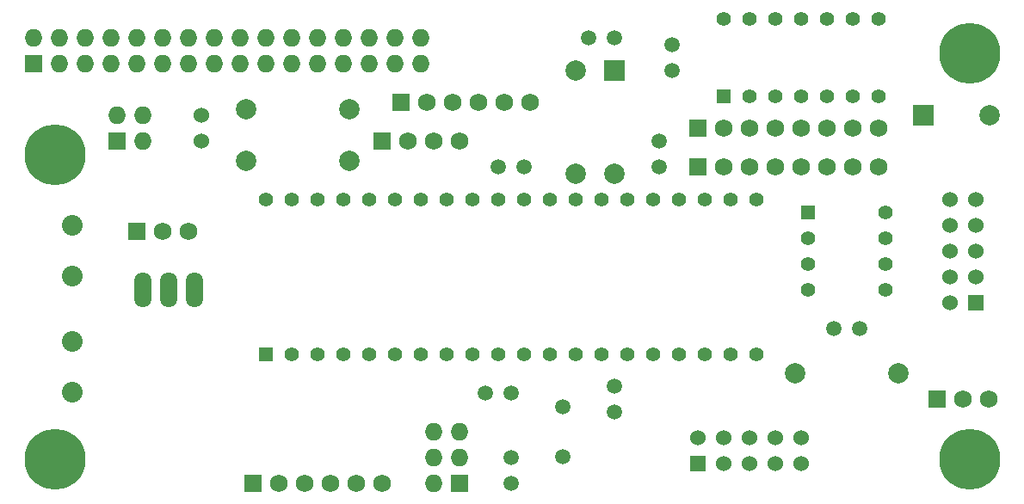
<source format=gbs>
%FSLAX34Y34*%
G04 Gerber Fmt 3.4, Leading zero omitted, Abs format*
G04 (created by PCBNEW (2014-jan-25)-product) date Sun 17 Aug 2014 09:03:29 PM PDT*
%MOIN*%
G01*
G70*
G90*
G04 APERTURE LIST*
%ADD10C,0.003937*%
%ADD11C,0.059100*%
%ADD12C,0.078700*%
%ADD13R,0.078700X0.078700*%
%ADD14C,0.060000*%
%ADD15C,0.236220*%
%ADD16R,0.068000X0.068000*%
%ADD17C,0.068000*%
%ADD18O,0.068000X0.068000*%
%ADD19C,0.080000*%
%ADD20R,0.060000X0.060000*%
%ADD21O,0.066900X0.137800*%
%ADD22R,0.055000X0.055000*%
%ADD23C,0.055000*%
G04 APERTURE END LIST*
G54D10*
G54D11*
X59000Y-57000D03*
X59000Y-58000D03*
X63000Y-55250D03*
X63000Y-54250D03*
X59500Y-45750D03*
X58500Y-45750D03*
X58000Y-54500D03*
X59000Y-54500D03*
X72500Y-52000D03*
X71500Y-52000D03*
X64750Y-44750D03*
X64750Y-45750D03*
X65250Y-41000D03*
X65250Y-42000D03*
X62000Y-40750D03*
X63000Y-40750D03*
G54D12*
X63000Y-46000D03*
G54D13*
X63000Y-42000D03*
G54D14*
X47000Y-43750D03*
X47000Y-44750D03*
G54D15*
X41338Y-45275D03*
X76771Y-41338D03*
X41338Y-57086D03*
X76771Y-57086D03*
G54D16*
X75500Y-54750D03*
G54D17*
X76500Y-54750D03*
X77500Y-54750D03*
G54D16*
X43750Y-44750D03*
G54D18*
X43750Y-43750D03*
X44750Y-44750D03*
X44750Y-43750D03*
G54D19*
X42000Y-49984D03*
X42000Y-48015D03*
X42000Y-54484D03*
X42000Y-52515D03*
G54D20*
X77000Y-51000D03*
G54D14*
X76000Y-51000D03*
X77000Y-50000D03*
X76000Y-50000D03*
X77000Y-49000D03*
X76000Y-49000D03*
X77000Y-48000D03*
X76000Y-48000D03*
X77000Y-47000D03*
X76000Y-47000D03*
G54D16*
X54750Y-43250D03*
G54D17*
X55750Y-43250D03*
X56750Y-43250D03*
X57750Y-43250D03*
X58750Y-43250D03*
X59750Y-43250D03*
G54D16*
X49000Y-58000D03*
G54D17*
X50000Y-58000D03*
X51000Y-58000D03*
X52000Y-58000D03*
X53000Y-58000D03*
X54000Y-58000D03*
G54D16*
X44500Y-48250D03*
G54D17*
X45500Y-48250D03*
X46500Y-48250D03*
G54D16*
X57000Y-58000D03*
G54D18*
X56000Y-58000D03*
X57000Y-57000D03*
X56000Y-57000D03*
X57000Y-56000D03*
X56000Y-56000D03*
G54D16*
X54000Y-44750D03*
G54D17*
X55000Y-44750D03*
X56000Y-44750D03*
X57000Y-44750D03*
G54D20*
X66250Y-57250D03*
G54D14*
X66250Y-56250D03*
X67250Y-57250D03*
X67250Y-56250D03*
X68250Y-57250D03*
X68250Y-56250D03*
X69250Y-57250D03*
X69250Y-56250D03*
X70250Y-57250D03*
X70250Y-56250D03*
G54D21*
X45750Y-50500D03*
X46750Y-50500D03*
X44750Y-50500D03*
G54D16*
X66250Y-44250D03*
G54D17*
X67250Y-44250D03*
X68250Y-44250D03*
X69250Y-44250D03*
X70250Y-44250D03*
X71250Y-44250D03*
X72250Y-44250D03*
X73250Y-44250D03*
G54D16*
X66250Y-45750D03*
G54D17*
X67250Y-45750D03*
X68250Y-45750D03*
X69250Y-45750D03*
X70250Y-45750D03*
X71250Y-45750D03*
X72250Y-45750D03*
X73250Y-45750D03*
G54D12*
X70000Y-53750D03*
X74000Y-53750D03*
X61500Y-46000D03*
X61500Y-42000D03*
X48750Y-43500D03*
X52750Y-43500D03*
X48750Y-45500D03*
X52750Y-45500D03*
G54D13*
X74970Y-43750D03*
G54D12*
X77530Y-43750D03*
G54D22*
X67250Y-43000D03*
G54D23*
X68250Y-43000D03*
X69250Y-43000D03*
X70250Y-43000D03*
X71250Y-43000D03*
X72250Y-43000D03*
X73250Y-43000D03*
X73250Y-40000D03*
X72250Y-40000D03*
X71250Y-40000D03*
X70250Y-40000D03*
X69250Y-40000D03*
X68250Y-40000D03*
X67250Y-40000D03*
G54D22*
X70500Y-47500D03*
G54D23*
X70500Y-48500D03*
X70500Y-49500D03*
X70500Y-50500D03*
X73500Y-50500D03*
X73500Y-49500D03*
X73500Y-48500D03*
X73500Y-47500D03*
G54D22*
X49500Y-53000D03*
G54D23*
X50500Y-53000D03*
X51500Y-53000D03*
X52500Y-53000D03*
X53500Y-53000D03*
X54500Y-53000D03*
X55500Y-53000D03*
X56500Y-53000D03*
X57500Y-53000D03*
X58500Y-53000D03*
X59500Y-53000D03*
X60500Y-53000D03*
X61500Y-53000D03*
X62500Y-53000D03*
X63500Y-53000D03*
X64500Y-53000D03*
X65500Y-53000D03*
X66500Y-53000D03*
X67500Y-53000D03*
X68500Y-53000D03*
X68500Y-47000D03*
X67500Y-47000D03*
X66500Y-47000D03*
X65500Y-47000D03*
X64500Y-47000D03*
X63500Y-47000D03*
X62500Y-47000D03*
X61500Y-47000D03*
X60500Y-47000D03*
X59500Y-47000D03*
X58500Y-47000D03*
X57500Y-47000D03*
X56500Y-47000D03*
X55500Y-47000D03*
X54500Y-47000D03*
X53500Y-47000D03*
X52500Y-47000D03*
X51500Y-47000D03*
X50500Y-47000D03*
X49500Y-47000D03*
G54D11*
X61000Y-56961D03*
X61000Y-55039D03*
G54D16*
X40500Y-41750D03*
G54D18*
X40500Y-40750D03*
X41500Y-41750D03*
X41500Y-40750D03*
X42500Y-41750D03*
X42500Y-40750D03*
X43500Y-41750D03*
X43500Y-40750D03*
X44500Y-41750D03*
X44500Y-40750D03*
X45500Y-41750D03*
X45500Y-40750D03*
X46500Y-41750D03*
X46500Y-40750D03*
X47500Y-41750D03*
X47500Y-40750D03*
X48500Y-41750D03*
X48500Y-40750D03*
X49500Y-41750D03*
X49500Y-40750D03*
X50500Y-41750D03*
X50500Y-40750D03*
X51500Y-41750D03*
X51500Y-40750D03*
X52500Y-41750D03*
X52500Y-40750D03*
X53500Y-41750D03*
X53500Y-40750D03*
X54500Y-41750D03*
X54500Y-40750D03*
X55500Y-41750D03*
X55500Y-40750D03*
M02*

</source>
